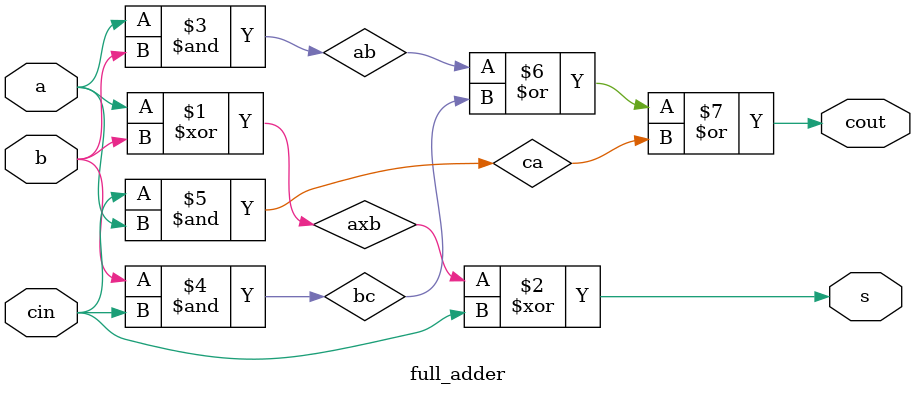
<source format=v>
`timescale 1ns / 1ps
module full_adder(
    input a,
    input b,
    input cin,
    output s,
    output cout
    );
	 
	 wire ab;
	 wire bc;
	 wire ca;
	 wire axb;
	 xor T0(axb, a, b);
	 xor T1(s, axb, cin);
	 and T2(ab, a, b);
	 and T3(bc, b, cin);
	 and T4(ca, cin, a);
	 or T5(cout, ab, bc, ca);

endmodule

</source>
